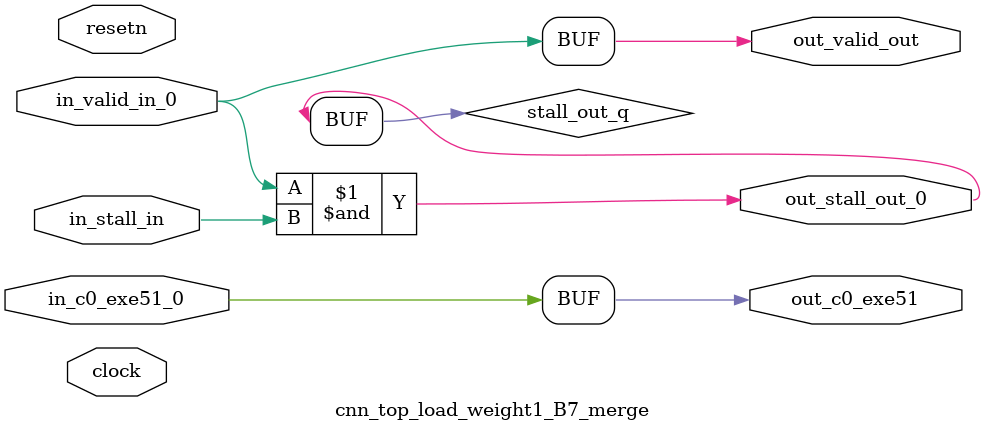
<source format=sv>



(* altera_attribute = "-name AUTO_SHIFT_REGISTER_RECOGNITION OFF; -name MESSAGE_DISABLE 10036; -name MESSAGE_DISABLE 10037; -name MESSAGE_DISABLE 14130; -name MESSAGE_DISABLE 14320; -name MESSAGE_DISABLE 15400; -name MESSAGE_DISABLE 14130; -name MESSAGE_DISABLE 10036; -name MESSAGE_DISABLE 12020; -name MESSAGE_DISABLE 12030; -name MESSAGE_DISABLE 12010; -name MESSAGE_DISABLE 12110; -name MESSAGE_DISABLE 14320; -name MESSAGE_DISABLE 13410; -name MESSAGE_DISABLE 113007; -name MESSAGE_DISABLE 10958" *)
module cnn_top_load_weight1_B7_merge (
    input wire [0:0] in_c0_exe51_0,
    input wire [0:0] in_stall_in,
    input wire [0:0] in_valid_in_0,
    output wire [0:0] out_c0_exe51,
    output wire [0:0] out_stall_out_0,
    output wire [0:0] out_valid_out,
    input wire clock,
    input wire resetn
    );

    wire [0:0] stall_out_q;


    // out_c0_exe51(GPOUT,5)
    assign out_c0_exe51 = in_c0_exe51_0;

    // stall_out(LOGICAL,8)
    assign stall_out_q = in_valid_in_0 & in_stall_in;

    // out_stall_out_0(GPOUT,6)
    assign out_stall_out_0 = stall_out_q;

    // out_valid_out(GPOUT,7)
    assign out_valid_out = in_valid_in_0;

endmodule

</source>
